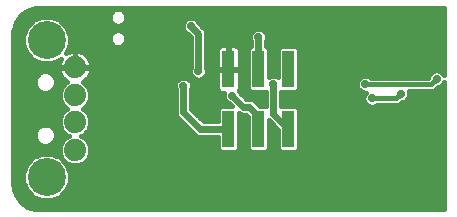
<source format=gbl>
G75*
%MOIN*%
%OFA0B0*%
%FSLAX25Y25*%
%IPPOS*%
%LPD*%
%AMOC8*
5,1,8,0,0,1.08239X$1,22.5*
%
%ADD10C,0.07400*%
%ADD11C,0.12661*%
%ADD12R,0.03937X0.12480*%
%ADD13C,0.01600*%
%ADD14C,0.02800*%
%ADD15C,0.02400*%
D10*
X0080928Y0024830D03*
X0080928Y0034173D03*
X0080928Y0043047D03*
X0080928Y0052389D03*
D11*
X0071479Y0061444D03*
X0071479Y0015775D03*
D12*
X0132104Y0031735D03*
X0142104Y0031735D03*
X0152104Y0031735D03*
X0152104Y0051735D03*
X0142104Y0051735D03*
X0132104Y0051735D03*
D13*
X0060485Y0012264D02*
X0061316Y0009705D01*
X0062898Y0007529D01*
X0065074Y0005947D01*
X0067633Y0005116D01*
X0068979Y0005010D01*
X0203979Y0005010D01*
X0203979Y0047329D01*
X0203852Y0047024D01*
X0203065Y0046236D01*
X0202036Y0045810D01*
X0201790Y0045810D01*
X0200515Y0044535D01*
X0192251Y0044535D01*
X0192404Y0044167D01*
X0192404Y0043053D01*
X0191977Y0042024D01*
X0191190Y0041236D01*
X0190161Y0040810D01*
X0189915Y0040810D01*
X0188940Y0039835D01*
X0181664Y0039835D01*
X0181490Y0039661D01*
X0180461Y0039235D01*
X0179347Y0039235D01*
X0178318Y0039661D01*
X0177530Y0040449D01*
X0177104Y0041478D01*
X0177104Y0042592D01*
X0177530Y0043621D01*
X0177844Y0043935D01*
X0177172Y0043935D01*
X0176143Y0044361D01*
X0175355Y0045149D01*
X0174929Y0046178D01*
X0174929Y0047292D01*
X0175355Y0048321D01*
X0176143Y0049108D01*
X0177172Y0049535D01*
X0178286Y0049535D01*
X0179315Y0049108D01*
X0179489Y0048935D01*
X0198679Y0048935D01*
X0198679Y0049167D01*
X0199105Y0050196D01*
X0199893Y0050983D01*
X0200922Y0051410D01*
X0202036Y0051410D01*
X0203065Y0050983D01*
X0203852Y0050196D01*
X0203979Y0049891D01*
X0203979Y0072210D01*
X0068979Y0072210D01*
X0067633Y0072104D01*
X0065074Y0071272D01*
X0062898Y0069691D01*
X0061316Y0067514D01*
X0060485Y0064955D01*
X0060379Y0063610D01*
X0060379Y0013610D01*
X0060485Y0012264D01*
X0060700Y0011602D02*
X0064840Y0011602D01*
X0064925Y0011396D02*
X0067100Y0009221D01*
X0069941Y0008044D01*
X0073016Y0008044D01*
X0075858Y0009221D01*
X0078033Y0011396D01*
X0079209Y0014237D01*
X0079209Y0017313D01*
X0078033Y0020154D01*
X0075858Y0022329D01*
X0073016Y0023506D01*
X0069941Y0023506D01*
X0067100Y0022329D01*
X0064925Y0020154D01*
X0063748Y0017313D01*
X0063748Y0014237D01*
X0064925Y0011396D01*
X0064177Y0013201D02*
X0060411Y0013201D01*
X0060379Y0014799D02*
X0063748Y0014799D01*
X0063748Y0016398D02*
X0060379Y0016398D01*
X0060379Y0017996D02*
X0064031Y0017996D01*
X0064693Y0019595D02*
X0060379Y0019595D01*
X0060379Y0021193D02*
X0065964Y0021193D01*
X0068217Y0022792D02*
X0060379Y0022792D01*
X0060379Y0024390D02*
X0075828Y0024390D01*
X0075828Y0023816D02*
X0076604Y0021941D01*
X0078039Y0020507D01*
X0079913Y0019730D01*
X0081942Y0019730D01*
X0083816Y0020507D01*
X0085251Y0021941D01*
X0086028Y0023816D01*
X0086028Y0025845D01*
X0085251Y0027719D01*
X0083816Y0029154D01*
X0082977Y0029501D01*
X0083816Y0029849D01*
X0085251Y0031284D01*
X0086028Y0033158D01*
X0086028Y0035187D01*
X0085251Y0037062D01*
X0083816Y0038496D01*
X0083543Y0038610D01*
X0083816Y0038723D01*
X0085251Y0040158D01*
X0086028Y0042032D01*
X0086028Y0044061D01*
X0085251Y0045936D01*
X0083816Y0047370D01*
X0083472Y0047513D01*
X0083810Y0047685D01*
X0084511Y0048194D01*
X0085123Y0048806D01*
X0085632Y0049507D01*
X0086025Y0050278D01*
X0086292Y0051101D01*
X0086428Y0051956D01*
X0086428Y0052289D01*
X0081028Y0052289D01*
X0081028Y0052489D01*
X0086428Y0052489D01*
X0086428Y0052822D01*
X0086292Y0053677D01*
X0086025Y0054501D01*
X0085632Y0055272D01*
X0085123Y0055972D01*
X0084511Y0056584D01*
X0083810Y0057093D01*
X0083039Y0057486D01*
X0082215Y0057754D01*
X0081360Y0057889D01*
X0081028Y0057889D01*
X0081028Y0052489D01*
X0080828Y0052489D01*
X0080828Y0057889D01*
X0080495Y0057889D01*
X0079640Y0057754D01*
X0078816Y0057486D01*
X0078045Y0057093D01*
X0078044Y0057092D01*
X0079209Y0059907D01*
X0079209Y0062982D01*
X0078033Y0065823D01*
X0075858Y0067998D01*
X0073016Y0069175D01*
X0069941Y0069175D01*
X0067100Y0067998D01*
X0064925Y0065823D01*
X0063748Y0062982D01*
X0063748Y0059907D01*
X0064925Y0057065D01*
X0067100Y0054891D01*
X0069941Y0053714D01*
X0073016Y0053714D01*
X0075858Y0054891D01*
X0076207Y0055240D01*
X0075831Y0054501D01*
X0075563Y0053677D01*
X0075428Y0052822D01*
X0075428Y0052489D01*
X0080827Y0052489D01*
X0080827Y0052289D01*
X0075428Y0052289D01*
X0075428Y0051956D01*
X0075563Y0051101D01*
X0075831Y0050278D01*
X0076224Y0049507D01*
X0076732Y0048806D01*
X0077345Y0048194D01*
X0078045Y0047685D01*
X0078383Y0047513D01*
X0078039Y0047370D01*
X0076604Y0045936D01*
X0075828Y0044061D01*
X0075828Y0042032D01*
X0076604Y0040158D01*
X0078039Y0038723D01*
X0078313Y0038610D01*
X0078039Y0038496D01*
X0076604Y0037062D01*
X0075828Y0035187D01*
X0075828Y0033158D01*
X0076604Y0031284D01*
X0078039Y0029849D01*
X0078878Y0029501D01*
X0078039Y0029154D01*
X0076604Y0027719D01*
X0075828Y0025845D01*
X0075828Y0023816D01*
X0076252Y0022792D02*
X0074740Y0022792D01*
X0076993Y0021193D02*
X0077352Y0021193D01*
X0078264Y0019595D02*
X0203979Y0019595D01*
X0203979Y0021193D02*
X0084503Y0021193D01*
X0085603Y0022792D02*
X0203979Y0022792D01*
X0203979Y0024390D02*
X0154948Y0024390D01*
X0154652Y0024095D02*
X0155472Y0024915D01*
X0155472Y0038555D01*
X0154652Y0039375D01*
X0149704Y0039375D01*
X0149704Y0044095D01*
X0154652Y0044095D01*
X0155472Y0044915D01*
X0155472Y0058555D01*
X0154652Y0059375D01*
X0149555Y0059375D01*
X0148735Y0058555D01*
X0148735Y0049063D01*
X0148690Y0049108D01*
X0147661Y0049535D01*
X0146547Y0049535D01*
X0145518Y0049108D01*
X0145472Y0049063D01*
X0145472Y0058555D01*
X0144704Y0059323D01*
X0144704Y0061320D01*
X0144904Y0061803D01*
X0144904Y0062917D01*
X0144477Y0063946D01*
X0143690Y0064733D01*
X0142661Y0065160D01*
X0141547Y0065160D01*
X0140518Y0064733D01*
X0139730Y0063946D01*
X0139304Y0062917D01*
X0139304Y0061803D01*
X0139504Y0061320D01*
X0139504Y0059323D01*
X0138735Y0058555D01*
X0138735Y0044915D01*
X0139555Y0044095D01*
X0144504Y0044095D01*
X0144504Y0039375D01*
X0142516Y0039375D01*
X0140452Y0041439D01*
X0139496Y0041835D01*
X0138181Y0041835D01*
X0135927Y0044088D01*
X0135727Y0044571D01*
X0135658Y0044641D01*
X0135750Y0044800D01*
X0135872Y0045258D01*
X0135872Y0051550D01*
X0132288Y0051550D01*
X0132288Y0051919D01*
X0131919Y0051919D01*
X0131919Y0051550D01*
X0128335Y0051550D01*
X0128335Y0045258D01*
X0128458Y0044800D01*
X0128695Y0044389D01*
X0129030Y0044054D01*
X0129440Y0043817D01*
X0129898Y0043695D01*
X0130617Y0043695D01*
X0130554Y0043542D01*
X0130554Y0042428D01*
X0130980Y0041399D01*
X0131768Y0040611D01*
X0132251Y0040411D01*
X0133287Y0039375D01*
X0129555Y0039375D01*
X0128735Y0038555D01*
X0128735Y0034335D01*
X0123806Y0034335D01*
X0119704Y0038437D01*
X0119704Y0045070D01*
X0119904Y0045553D01*
X0119904Y0046667D01*
X0119477Y0047696D01*
X0118690Y0048483D01*
X0117661Y0048910D01*
X0116547Y0048910D01*
X0115518Y0048483D01*
X0114730Y0047696D01*
X0114304Y0046667D01*
X0114304Y0045553D01*
X0114504Y0045070D01*
X0114504Y0036843D01*
X0114900Y0035887D01*
X0120525Y0030262D01*
X0121256Y0029531D01*
X0122212Y0029135D01*
X0128735Y0029135D01*
X0128735Y0024915D01*
X0129555Y0024095D01*
X0134652Y0024095D01*
X0135472Y0024915D01*
X0135472Y0037189D01*
X0135631Y0037031D01*
X0136587Y0036635D01*
X0137902Y0036635D01*
X0138735Y0035801D01*
X0138735Y0024915D01*
X0139555Y0024095D01*
X0144652Y0024095D01*
X0145472Y0024915D01*
X0145472Y0034689D01*
X0148735Y0031426D01*
X0148735Y0024915D01*
X0149555Y0024095D01*
X0154652Y0024095D01*
X0149260Y0024390D02*
X0144948Y0024390D01*
X0145472Y0025989D02*
X0148735Y0025989D01*
X0148735Y0027587D02*
X0145472Y0027587D01*
X0145472Y0029186D02*
X0148735Y0029186D01*
X0148735Y0030784D02*
X0145472Y0030784D01*
X0145472Y0032383D02*
X0147779Y0032383D01*
X0146180Y0033981D02*
X0145472Y0033981D01*
X0138735Y0033981D02*
X0135472Y0033981D01*
X0135472Y0032383D02*
X0138735Y0032383D01*
X0138735Y0030784D02*
X0135472Y0030784D01*
X0135472Y0029186D02*
X0138735Y0029186D01*
X0138735Y0027587D02*
X0135472Y0027587D01*
X0135472Y0025989D02*
X0138735Y0025989D01*
X0139260Y0024390D02*
X0134948Y0024390D01*
X0129260Y0024390D02*
X0086028Y0024390D01*
X0085968Y0025989D02*
X0128735Y0025989D01*
X0128735Y0027587D02*
X0085306Y0027587D01*
X0083739Y0029186D02*
X0122088Y0029186D01*
X0120002Y0030784D02*
X0084752Y0030784D01*
X0085706Y0032383D02*
X0118404Y0032383D01*
X0116805Y0033981D02*
X0086028Y0033981D01*
X0085865Y0035580D02*
X0115207Y0035580D01*
X0114504Y0037178D02*
X0085134Y0037178D01*
X0083870Y0038777D02*
X0114504Y0038777D01*
X0114504Y0040375D02*
X0085341Y0040375D01*
X0086003Y0041974D02*
X0114504Y0041974D01*
X0114504Y0043573D02*
X0086028Y0043573D01*
X0085568Y0045171D02*
X0114462Y0045171D01*
X0114346Y0046770D02*
X0084417Y0046770D01*
X0084685Y0048368D02*
X0115402Y0048368D01*
X0118805Y0048368D02*
X0121406Y0048368D01*
X0121547Y0048310D02*
X0122661Y0048310D01*
X0123690Y0048736D01*
X0124477Y0049524D01*
X0124904Y0050553D01*
X0124904Y0051667D01*
X0124704Y0052150D01*
X0124704Y0064127D01*
X0124308Y0065082D01*
X0123577Y0065814D01*
X0123577Y0065814D01*
X0122177Y0067213D01*
X0121977Y0067696D01*
X0121190Y0068483D01*
X0120161Y0068910D01*
X0119047Y0068910D01*
X0118018Y0068483D01*
X0117230Y0067696D01*
X0116804Y0066667D01*
X0116804Y0065553D01*
X0117230Y0064524D01*
X0118018Y0063736D01*
X0118501Y0063536D01*
X0119504Y0062533D01*
X0119504Y0052150D01*
X0119304Y0051667D01*
X0119304Y0050553D01*
X0119730Y0049524D01*
X0120518Y0048736D01*
X0121547Y0048310D01*
X0122801Y0048368D02*
X0128335Y0048368D01*
X0128335Y0046770D02*
X0119861Y0046770D01*
X0119746Y0045171D02*
X0128358Y0045171D01*
X0130567Y0043573D02*
X0119704Y0043573D01*
X0119704Y0041974D02*
X0130742Y0041974D01*
X0132286Y0040375D02*
X0119704Y0040375D01*
X0119704Y0038777D02*
X0128957Y0038777D01*
X0128735Y0037178D02*
X0120962Y0037178D01*
X0122560Y0035580D02*
X0128735Y0035580D01*
X0135472Y0035580D02*
X0138735Y0035580D01*
X0135483Y0037178D02*
X0135472Y0037178D01*
X0141515Y0040375D02*
X0144504Y0040375D01*
X0144504Y0041974D02*
X0138041Y0041974D01*
X0136443Y0043573D02*
X0144504Y0043573D01*
X0149704Y0043573D02*
X0177510Y0043573D01*
X0177104Y0041974D02*
X0149704Y0041974D01*
X0149704Y0040375D02*
X0177604Y0040375D01*
X0179904Y0042035D02*
X0188029Y0042035D01*
X0189604Y0043610D01*
X0192404Y0043573D02*
X0203979Y0043573D01*
X0203979Y0045171D02*
X0201151Y0045171D01*
X0199604Y0046735D02*
X0201479Y0048610D01*
X0203947Y0049967D02*
X0203979Y0049967D01*
X0199010Y0049967D02*
X0155472Y0049967D01*
X0155472Y0048368D02*
X0175402Y0048368D01*
X0174929Y0046770D02*
X0155472Y0046770D01*
X0155472Y0045171D02*
X0175346Y0045171D01*
X0177729Y0046735D02*
X0199604Y0046735D01*
X0203598Y0046770D02*
X0203979Y0046770D01*
X0203979Y0041974D02*
X0191928Y0041974D01*
X0189481Y0040375D02*
X0203979Y0040375D01*
X0203979Y0038777D02*
X0155250Y0038777D01*
X0155472Y0037178D02*
X0203979Y0037178D01*
X0203979Y0035580D02*
X0155472Y0035580D01*
X0155472Y0033981D02*
X0203979Y0033981D01*
X0203979Y0032383D02*
X0155472Y0032383D01*
X0155472Y0030784D02*
X0203979Y0030784D01*
X0203979Y0029186D02*
X0155472Y0029186D01*
X0155472Y0027587D02*
X0203979Y0027587D01*
X0203979Y0025989D02*
X0155472Y0025989D01*
X0203979Y0017996D02*
X0078926Y0017996D01*
X0079209Y0016398D02*
X0203979Y0016398D01*
X0203979Y0014799D02*
X0079209Y0014799D01*
X0078780Y0013201D02*
X0203979Y0013201D01*
X0203979Y0011602D02*
X0078118Y0011602D01*
X0076640Y0010004D02*
X0203979Y0010004D01*
X0203979Y0008405D02*
X0073888Y0008405D01*
X0069070Y0008405D02*
X0062261Y0008405D01*
X0061219Y0010004D02*
X0066317Y0010004D01*
X0063891Y0006807D02*
X0203979Y0006807D01*
X0203979Y0005208D02*
X0067348Y0005208D01*
X0070376Y0026186D02*
X0071794Y0026186D01*
X0073105Y0026729D01*
X0074108Y0027732D01*
X0074650Y0029042D01*
X0074650Y0030461D01*
X0074108Y0031771D01*
X0073105Y0032774D01*
X0071794Y0033317D01*
X0070376Y0033317D01*
X0069065Y0032774D01*
X0068062Y0031771D01*
X0067520Y0030461D01*
X0067520Y0029042D01*
X0068062Y0027732D01*
X0069065Y0026729D01*
X0070376Y0026186D01*
X0068207Y0027587D02*
X0060379Y0027587D01*
X0060379Y0025989D02*
X0075887Y0025989D01*
X0076549Y0027587D02*
X0073963Y0027587D01*
X0074650Y0029186D02*
X0078116Y0029186D01*
X0077103Y0030784D02*
X0074516Y0030784D01*
X0073496Y0032383D02*
X0076149Y0032383D01*
X0075828Y0033981D02*
X0060379Y0033981D01*
X0060379Y0032383D02*
X0068674Y0032383D01*
X0067654Y0030784D02*
X0060379Y0030784D01*
X0060379Y0029186D02*
X0067520Y0029186D01*
X0060379Y0035580D02*
X0075990Y0035580D01*
X0076721Y0037178D02*
X0060379Y0037178D01*
X0060379Y0038777D02*
X0077985Y0038777D01*
X0076514Y0040375D02*
X0060379Y0040375D01*
X0060379Y0041974D02*
X0075852Y0041974D01*
X0075828Y0043573D02*
X0060379Y0043573D01*
X0060379Y0045171D02*
X0068340Y0045171D01*
X0068062Y0045448D02*
X0069065Y0044445D01*
X0070376Y0043903D01*
X0071794Y0043903D01*
X0073105Y0044445D01*
X0074108Y0045448D01*
X0074650Y0046759D01*
X0074650Y0048177D01*
X0074108Y0049488D01*
X0073105Y0050491D01*
X0071794Y0051033D01*
X0070376Y0051033D01*
X0069065Y0050491D01*
X0068062Y0049488D01*
X0067520Y0048177D01*
X0067520Y0046759D01*
X0068062Y0045448D01*
X0067520Y0046770D02*
X0060379Y0046770D01*
X0060379Y0048368D02*
X0067599Y0048368D01*
X0068541Y0049967D02*
X0060379Y0049967D01*
X0060379Y0051565D02*
X0075490Y0051565D01*
X0075482Y0053164D02*
X0060379Y0053164D01*
X0060379Y0054762D02*
X0067410Y0054762D01*
X0065630Y0056361D02*
X0060379Y0056361D01*
X0060379Y0057959D02*
X0064555Y0057959D01*
X0063893Y0059558D02*
X0060379Y0059558D01*
X0060379Y0061156D02*
X0063748Y0061156D01*
X0063748Y0062755D02*
X0060379Y0062755D01*
X0060437Y0064353D02*
X0064316Y0064353D01*
X0065053Y0065952D02*
X0060808Y0065952D01*
X0061342Y0067550D02*
X0066652Y0067550D01*
X0069877Y0069149D02*
X0062504Y0069149D01*
X0064352Y0070747D02*
X0093019Y0070747D01*
X0092874Y0070602D02*
X0092451Y0069581D01*
X0092451Y0068475D01*
X0092874Y0067454D01*
X0093655Y0066673D01*
X0094676Y0066250D01*
X0095781Y0066250D01*
X0096802Y0066673D01*
X0097584Y0067454D01*
X0098007Y0068475D01*
X0098007Y0069581D01*
X0097584Y0070602D01*
X0096802Y0071383D01*
X0095781Y0071806D01*
X0094676Y0071806D01*
X0093655Y0071383D01*
X0092874Y0070602D01*
X0092451Y0069149D02*
X0073080Y0069149D01*
X0076306Y0067550D02*
X0092834Y0067550D01*
X0097623Y0067550D02*
X0117170Y0067550D01*
X0116804Y0065952D02*
X0077904Y0065952D01*
X0078642Y0064353D02*
X0093792Y0064353D01*
X0093655Y0064296D02*
X0092874Y0063515D01*
X0092451Y0062494D01*
X0092451Y0061389D01*
X0092874Y0060368D01*
X0093655Y0059586D01*
X0094676Y0059163D01*
X0095781Y0059163D01*
X0096802Y0059586D01*
X0097584Y0060368D01*
X0098007Y0061389D01*
X0098007Y0062494D01*
X0097584Y0063515D01*
X0096802Y0064296D01*
X0095781Y0064719D01*
X0094676Y0064719D01*
X0093655Y0064296D01*
X0096665Y0064353D02*
X0117401Y0064353D01*
X0119282Y0062755D02*
X0097899Y0062755D01*
X0097910Y0061156D02*
X0119504Y0061156D01*
X0119504Y0059558D02*
X0096733Y0059558D01*
X0093725Y0059558D02*
X0079065Y0059558D01*
X0079209Y0061156D02*
X0092547Y0061156D01*
X0092559Y0062755D02*
X0079209Y0062755D01*
X0078403Y0057959D02*
X0119504Y0057959D01*
X0119504Y0056361D02*
X0084734Y0056361D01*
X0085891Y0054762D02*
X0119504Y0054762D01*
X0119504Y0053164D02*
X0086373Y0053164D01*
X0086366Y0051565D02*
X0119304Y0051565D01*
X0124904Y0051565D02*
X0131919Y0051565D01*
X0131919Y0051919D02*
X0128335Y0051919D01*
X0128335Y0058212D01*
X0128458Y0058670D01*
X0128695Y0059080D01*
X0129030Y0059415D01*
X0129440Y0059652D01*
X0129898Y0059775D01*
X0131919Y0059775D01*
X0131919Y0051919D01*
X0132288Y0051919D02*
X0132288Y0059775D01*
X0134309Y0059775D01*
X0134767Y0059652D01*
X0135177Y0059415D01*
X0135513Y0059080D01*
X0135750Y0058670D01*
X0135872Y0058212D01*
X0135872Y0051919D01*
X0132288Y0051919D01*
X0132288Y0051565D02*
X0138735Y0051565D01*
X0138735Y0053164D02*
X0135872Y0053164D01*
X0132288Y0053164D02*
X0131919Y0053164D01*
X0128335Y0053164D02*
X0124704Y0053164D01*
X0124704Y0054762D02*
X0128335Y0054762D01*
X0131919Y0054762D02*
X0132288Y0054762D01*
X0135872Y0054762D02*
X0138735Y0054762D01*
X0138735Y0056361D02*
X0135872Y0056361D01*
X0132288Y0056361D02*
X0131919Y0056361D01*
X0128335Y0056361D02*
X0124704Y0056361D01*
X0124704Y0057959D02*
X0128335Y0057959D01*
X0131919Y0057959D02*
X0132288Y0057959D01*
X0135872Y0057959D02*
X0138735Y0057959D01*
X0139504Y0059558D02*
X0134931Y0059558D01*
X0132288Y0059558D02*
X0131919Y0059558D01*
X0129277Y0059558D02*
X0124704Y0059558D01*
X0124704Y0061156D02*
X0139504Y0061156D01*
X0139304Y0062755D02*
X0124704Y0062755D01*
X0124610Y0064353D02*
X0140137Y0064353D01*
X0144070Y0064353D02*
X0203979Y0064353D01*
X0203979Y0062755D02*
X0144904Y0062755D01*
X0144704Y0061156D02*
X0203979Y0061156D01*
X0203979Y0059558D02*
X0144704Y0059558D01*
X0145472Y0057959D02*
X0148735Y0057959D01*
X0148735Y0056361D02*
X0145472Y0056361D01*
X0145472Y0054762D02*
X0148735Y0054762D01*
X0148735Y0053164D02*
X0145472Y0053164D01*
X0145472Y0051565D02*
X0148735Y0051565D01*
X0148735Y0049967D02*
X0145472Y0049967D01*
X0138735Y0049967D02*
X0135872Y0049967D01*
X0135872Y0048368D02*
X0138735Y0048368D01*
X0138735Y0046770D02*
X0135872Y0046770D01*
X0135849Y0045171D02*
X0138735Y0045171D01*
X0128335Y0049967D02*
X0124661Y0049967D01*
X0119547Y0049967D02*
X0085866Y0049967D01*
X0077171Y0048368D02*
X0074571Y0048368D01*
X0074650Y0046770D02*
X0077438Y0046770D01*
X0076287Y0045171D02*
X0073830Y0045171D01*
X0073629Y0049967D02*
X0075989Y0049967D01*
X0080828Y0053164D02*
X0081028Y0053164D01*
X0081028Y0054762D02*
X0080828Y0054762D01*
X0080828Y0056361D02*
X0081028Y0056361D01*
X0075964Y0054762D02*
X0075548Y0054762D01*
X0098007Y0069149D02*
X0203979Y0069149D01*
X0203979Y0070747D02*
X0097438Y0070747D01*
X0122038Y0067550D02*
X0203979Y0067550D01*
X0203979Y0065952D02*
X0123439Y0065952D01*
X0155472Y0057959D02*
X0203979Y0057959D01*
X0203979Y0056361D02*
X0155472Y0056361D01*
X0155472Y0054762D02*
X0203979Y0054762D01*
X0203979Y0053164D02*
X0155472Y0053164D01*
X0155472Y0051565D02*
X0203979Y0051565D01*
D14*
X0201479Y0048610D03*
X0189604Y0043610D03*
X0179904Y0042035D03*
X0177729Y0046735D03*
X0147104Y0046735D03*
X0133354Y0042985D03*
X0117104Y0046110D03*
X0112104Y0043310D03*
X0122104Y0051110D03*
X0142104Y0062360D03*
X0119604Y0066110D03*
X0117379Y0031385D03*
X0092729Y0020485D03*
X0125854Y0014235D03*
X0144604Y0014235D03*
X0177857Y0019732D03*
X0156257Y0030081D03*
D15*
X0152104Y0031735D02*
X0147104Y0036735D01*
X0147104Y0046735D01*
X0137104Y0039235D02*
X0133354Y0042985D01*
X0137104Y0039235D02*
X0138979Y0039235D01*
X0142104Y0036110D01*
X0142104Y0031735D01*
X0132104Y0031735D02*
X0122729Y0031735D01*
X0117104Y0037360D01*
X0117104Y0046110D01*
X0122104Y0051110D02*
X0122104Y0063610D01*
X0119604Y0066110D01*
X0142104Y0062360D02*
X0142104Y0051735D01*
M02*

</source>
